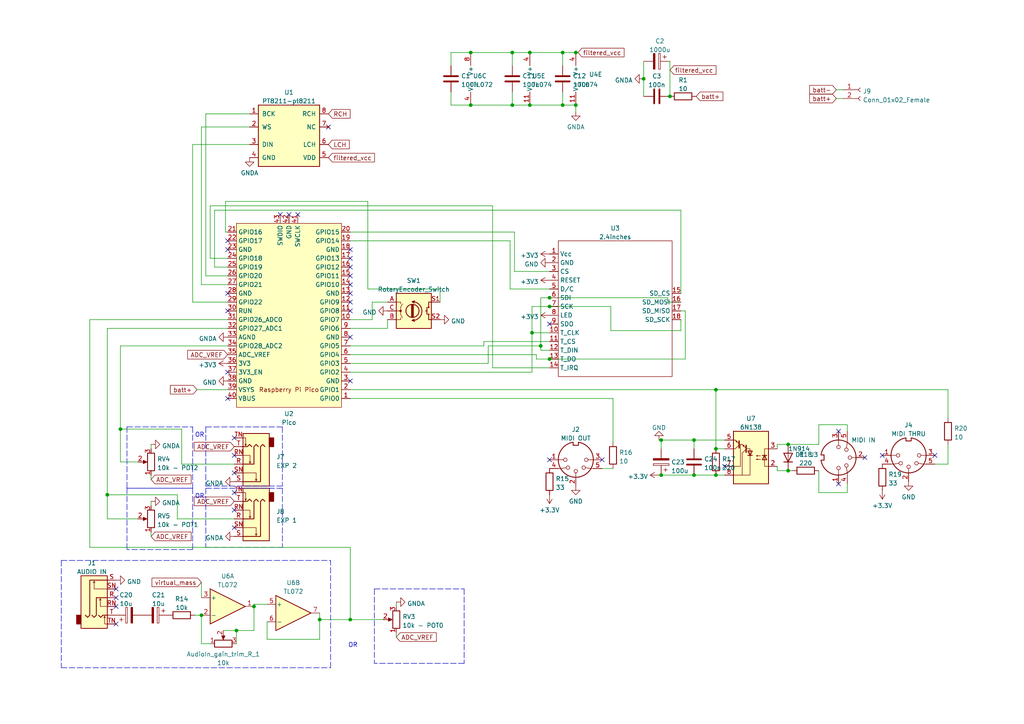
<source format=kicad_sch>
(kicad_sch (version 20211123) (generator eeschema)
  (paper "A4")
  (junction (at 201.295 137.795))
  (junction (at 426.72 43.18))
  (junction (at 154.305 96.52))
  (junction (at 424.18 113.665))
  (junction (at 163.195 30.48))
  (junction (at 136.525 15.24))
  (junction (at 362.585 20.32))
  (junction (at 441.96 136.525))
  (junction (at 58.42 178.435))
  (junction (at 73.66 175.895))
  (junction (at 445.77 128.905))
  (junction (at 207.645 130.175))
  (junction (at 382.27 120.015))
  (junction (at 448.31 50.8))
  (junction (at 207.645 113.03))
  (junction (at 426.72 35.56))
  (junction (at 153.67 15.24))
  (junction (at 228.6 136.525))
  (junction (at 163.195 15.24))
  (junction (at 400.05 39.37))
  (junction (at 424.18 121.285))
  (junction (at 433.07 35.56))
  (junction (at 457.835 59.69))
  (junction (at 159.385 104.14))
  (junction (at 424.18 125.095))
  (junction (at 424.18 106.045))
  (junction (at 228.6 128.905))
  (junction (at 156.845 100.33))
  (junction (at 426.72 46.99))
  (junction (at 159.385 88.9))
  (junction (at 148.59 15.24))
  (junction (at 191.77 137.795))
  (junction (at 201.295 127.635))
  (junction (at 153.67 30.48))
  (junction (at 396.24 46.99))
  (junction (at 194.31 27.94))
  (junction (at 426.72 27.94))
  (junction (at 444.5 58.42))
  (junction (at 167.005 15.24))
  (junction (at 207.645 137.795))
  (junction (at 34.925 124.46))
  (junction (at 159.385 86.36))
  (junction (at 167.005 30.48))
  (junction (at 136.525 30.48))
  (junction (at 148.59 30.48))
  (junction (at 419.1 46.99))
  (junction (at 397.51 117.475))
  (junction (at 384.81 41.91))
  (junction (at 191.77 127.635))
  (junction (at 68.58 182.88))
  (junction (at 101.6 179.705))
  (junction (at 393.7 125.095))
  (junction (at 416.56 125.095))
  (junction (at 92.71 179.705))
  (junction (at 354.965 20.32))
  (junction (at 441.96 125.095))
  (junction (at 430.53 113.665))
  (junction (at 455.295 137.795))
  (junction (at 444.5 46.99))
  (junction (at 186.69 22.86))
  (junction (at 31.115 143.51))
  (no_connect (at 66.04 90.17))
  (no_connect (at 468.63 87.63))
  (no_connect (at 67.945 153.035))
  (no_connect (at 83.82 62.23))
  (no_connect (at 101.6 87.63))
  (no_connect (at 67.945 137.16))
  (no_connect (at 461.01 168.91))
  (no_connect (at 174.625 133.35))
  (no_connect (at 66.04 85.09))
  (no_connect (at 66.04 115.57))
  (no_connect (at 101.6 85.09))
  (no_connect (at 67.945 127))
  (no_connect (at 67.945 142.875))
  (no_connect (at 67.945 147.955))
  (no_connect (at 210.185 135.255))
  (no_connect (at 243.205 125.095))
  (no_connect (at 101.6 74.93))
  (no_connect (at 101.6 90.17))
  (no_connect (at 243.205 140.335))
  (no_connect (at 81.28 62.23))
  (no_connect (at 33.655 180.975))
  (no_connect (at 66.04 107.95))
  (no_connect (at 159.385 93.98))
  (no_connect (at 33.655 175.895))
  (no_connect (at 271.145 132.08))
  (no_connect (at 461.01 161.29))
  (no_connect (at 101.6 97.79))
  (no_connect (at 101.6 80.01))
  (no_connect (at 461.01 171.45))
  (no_connect (at 101.6 77.47))
  (no_connect (at 255.905 132.08))
  (no_connect (at 33.655 173.355))
  (no_connect (at 66.04 72.39))
  (no_connect (at 101.6 72.39))
  (no_connect (at 461.01 166.37))
  (no_connect (at 101.6 82.55))
  (no_connect (at 66.04 69.85))
  (no_connect (at 468.63 82.55))
  (no_connect (at 67.945 132.08))
  (no_connect (at 101.6 110.49))
  (no_connect (at 33.655 170.815))
  (no_connect (at 159.385 133.35))
  (no_connect (at 468.63 92.71))
  (no_connect (at 86.36 62.23))
  (no_connect (at 95.25 36.83))
  (no_connect (at 250.825 132.715))
  (wire (pts (xy 77.47 185.42) (xy 92.71 185.42)))
  (wire (pts (xy 148.59 15.24) (xy 148.59 19.05)))
  (wire (pts (xy 448.31 133.985) (xy 448.31 137.795)))
  (wire (pts (xy 444.5 58.42) (xy 448.31 58.42)))
  (wire (pts (xy 426.72 33.02) (xy 426.72 35.56)))
  (wire (pts (xy 159.385 78.74) (xy 149.225 78.74)))
  (polyline (pts (xy 134.62 192.405) (xy 108.585 192.405)))
  (wire (pts (xy 72.39 36.83) (xy 58.42 36.83)))
  (wire (pts (xy 58.42 178.435) (xy 58.42 186.69)))
  (wire (pts (xy 186.69 17.78) (xy 186.69 22.86)))
  (wire (pts (xy 52.705 134.62) (xy 52.705 124.46)))
  (wire (pts (xy 384.81 49.53) (xy 388.62 49.53)))
  (wire (pts (xy 426.72 46.99) (xy 426.72 43.18)))
  (wire (pts (xy 167.005 32.385) (xy 167.005 30.48)))
  (wire (pts (xy 107.95 87.63) (xy 112.395 87.63)))
  (wire (pts (xy 140.335 99.06) (xy 140.335 100.33)))
  (wire (pts (xy 448.31 137.795) (xy 455.295 137.795)))
  (wire (pts (xy 101.6 102.87) (xy 155.575 102.87)))
  (wire (pts (xy 136.525 30.48) (xy 148.59 30.48)))
  (polyline (pts (xy 59.69 123.825) (xy 81.915 123.825)))
  (polyline (pts (xy 59.69 141.605) (xy 59.69 158.75)))
  (wire (pts (xy 245.745 142.875) (xy 245.745 140.335)))
  (wire (pts (xy 197.485 85.09) (xy 197.485 60.96)))
  (polyline (pts (xy 108.585 170.815) (xy 134.62 170.815)))
  (wire (pts (xy 237.49 136.525) (xy 237.49 142.875)))
  (wire (pts (xy 163.195 30.48) (xy 167.005 30.48)))
  (wire (pts (xy 455.295 163.83) (xy 461.01 163.83)))
  (wire (pts (xy 198.755 104.14) (xy 198.755 90.17)))
  (wire (pts (xy 228.6 136.525) (xy 229.87 136.525)))
  (wire (pts (xy 441.96 125.73) (xy 441.96 125.095)))
  (wire (pts (xy 58.42 36.83) (xy 58.42 82.55)))
  (wire (pts (xy 67.945 134.62) (xy 52.705 134.62)))
  (wire (pts (xy 382.27 105.41) (xy 382.27 114.935)))
  (wire (pts (xy 419.1 50.8) (xy 403.86 50.8)))
  (wire (pts (xy 393.7 125.095) (xy 397.51 125.095)))
  (wire (pts (xy 43.815 137.795) (xy 43.815 139.065)))
  (wire (pts (xy 237.49 123.19) (xy 237.49 128.905)))
  (wire (pts (xy 31.115 95.25) (xy 66.04 95.25)))
  (wire (pts (xy 31.115 95.25) (xy 31.115 143.51)))
  (wire (pts (xy 441.96 138.43) (xy 441.96 136.525)))
  (wire (pts (xy 444.5 20.32) (xy 426.72 20.32)))
  (wire (pts (xy 34.925 133.985) (xy 40.005 133.985)))
  (polyline (pts (xy 134.62 170.815) (xy 134.62 192.405)))
  (wire (pts (xy 225.425 136.525) (xy 228.6 136.525)))
  (polyline (pts (xy 55.88 141.605) (xy 36.83 141.605)))
  (wire (pts (xy 433.07 35.56) (xy 441.96 35.56)))
  (wire (pts (xy 142.875 59.69) (xy 60.96 59.69)))
  (wire (pts (xy 450.85 55.88) (xy 450.85 59.69)))
  (wire (pts (xy 156.845 101.6) (xy 159.385 101.6)))
  (polyline (pts (xy 17.78 193.675) (xy 95.885 193.675)))
  (polyline (pts (xy 17.78 162.56) (xy 17.78 193.675)))
  (wire (pts (xy 384.81 41.91) (xy 384.81 49.53)))
  (wire (pts (xy 43.815 154.305) (xy 43.815 155.575)))
  (wire (pts (xy 130.81 26.67) (xy 130.81 30.48)))
  (polyline (pts (xy 55.88 159.385) (xy 36.83 159.385)))
  (wire (pts (xy 101.6 92.71) (xy 107.95 92.71)))
  (wire (pts (xy 57.15 113.03) (xy 66.04 113.03)))
  (wire (pts (xy 106.68 58.42) (xy 65.405 58.42)))
  (wire (pts (xy 242.57 28.575) (xy 244.475 28.575)))
  (polyline (pts (xy 36.83 123.825) (xy 36.83 141.605)))
  (wire (pts (xy 156.845 86.36) (xy 159.385 86.36)))
  (wire (pts (xy 106.68 83.82) (xy 106.68 58.42)))
  (wire (pts (xy 154.305 88.9) (xy 154.305 96.52)))
  (wire (pts (xy 444.5 20.32) (xy 444.5 46.99)))
  (polyline (pts (xy 36.83 141.605) (xy 36.83 159.385)))
  (wire (pts (xy 66.04 80.01) (xy 59.69 80.01)))
  (wire (pts (xy 58.42 168.91) (xy 58.42 173.355)))
  (wire (pts (xy 384.81 34.925) (xy 384.81 36.83)))
  (wire (pts (xy 424.18 98.425) (xy 424.18 106.045)))
  (wire (pts (xy 401.32 122.555) (xy 401.32 128.905)))
  (wire (pts (xy 77.47 180.34) (xy 77.47 185.42)))
  (wire (pts (xy 112.395 95.25) (xy 101.6 95.25)))
  (wire (pts (xy 430.53 113.665) (xy 439.42 113.665)))
  (wire (pts (xy 426.72 43.18) (xy 433.07 43.18)))
  (wire (pts (xy 92.71 179.705) (xy 92.71 185.42)))
  (wire (pts (xy 445.77 129.54) (xy 445.77 128.905)))
  (wire (pts (xy 424.18 111.125) (xy 424.18 113.665)))
  (wire (pts (xy 153.67 30.48) (xy 148.59 30.48)))
  (wire (pts (xy 156.845 100.33) (xy 156.845 101.6)))
  (wire (pts (xy 34.925 100.33) (xy 66.04 100.33)))
  (wire (pts (xy 419.1 50.8) (xy 419.1 46.99)))
  (wire (pts (xy 101.6 105.41) (xy 141.605 105.41)))
  (wire (pts (xy 225.425 130.175) (xy 225.425 128.905)))
  (wire (pts (xy 153.67 15.24) (xy 148.59 15.24)))
  (wire (pts (xy 101.6 100.33) (xy 140.335 100.33)))
  (wire (pts (xy 59.69 80.01) (xy 59.69 33.02)))
  (wire (pts (xy 207.645 130.175) (xy 210.185 130.175)))
  (wire (pts (xy 197.485 92.71) (xy 197.485 95.885)))
  (wire (pts (xy 400.05 46.99) (xy 400.05 39.37)))
  (wire (pts (xy 424.18 121.285) (xy 430.53 121.285)))
  (wire (pts (xy 154.305 96.52) (xy 154.305 107.95)))
  (wire (pts (xy 156.845 86.36) (xy 156.845 100.33)))
  (wire (pts (xy 191.77 127.635) (xy 201.295 127.635)))
  (wire (pts (xy 448.31 128.905) (xy 445.77 128.905)))
  (wire (pts (xy 245.745 125.095) (xy 245.745 123.19)))
  (wire (pts (xy 201.295 127.635) (xy 210.185 127.635)))
  (polyline (pts (xy 95.885 193.675) (xy 95.885 162.56)))
  (wire (pts (xy 159.385 104.14) (xy 198.755 104.14)))
  (wire (pts (xy 396.24 46.99) (xy 396.24 49.53)))
  (wire (pts (xy 159.385 86.36) (xy 193.675 86.36)))
  (wire (pts (xy 382.27 127.635) (xy 386.08 127.635)))
  (wire (pts (xy 392.43 45.72) (xy 396.24 45.72)))
  (wire (pts (xy 62.23 77.47) (xy 66.04 77.47)))
  (wire (pts (xy 441.96 98.425) (xy 424.18 98.425)))
  (polyline (pts (xy 59.69 123.825) (xy 59.69 140.97)))
  (polyline (pts (xy 17.78 162.56) (xy 95.885 162.56)))
  (wire (pts (xy 148.59 30.48) (xy 148.59 26.67)))
  (wire (pts (xy 147.955 83.82) (xy 147.955 69.85)))
  (wire (pts (xy 43.815 145.415) (xy 43.815 146.685)))
  (wire (pts (xy 431.8 125.095) (xy 441.96 125.095)))
  (wire (pts (xy 163.195 15.24) (xy 167.005 15.24)))
  (wire (pts (xy 51.435 143.51) (xy 31.115 143.51)))
  (wire (pts (xy 101.6 67.31) (xy 149.225 67.31)))
  (wire (pts (xy 455.295 137.795) (xy 463.55 137.795)))
  (wire (pts (xy 34.925 124.46) (xy 34.925 100.33)))
  (wire (pts (xy 68.58 182.88) (xy 68.58 186.69)))
  (wire (pts (xy 193.675 87.63) (xy 197.485 87.63)))
  (wire (pts (xy 52.705 124.46) (xy 34.925 124.46)))
  (wire (pts (xy 163.195 15.24) (xy 163.195 19.05)))
  (wire (pts (xy 40.005 150.495) (xy 31.115 150.495)))
  (polyline (pts (xy 36.83 141.605) (xy 55.88 141.605)))
  (polyline (pts (xy 81.915 141.605) (xy 81.915 158.75)))
  (wire (pts (xy 155.575 104.14) (xy 155.575 102.87)))
  (wire (pts (xy 441.96 136.525) (xy 445.77 136.525)))
  (wire (pts (xy 66.04 92.71) (xy 26.035 92.71)))
  (wire (pts (xy 127.635 83.82) (xy 106.68 83.82)))
  (wire (pts (xy 101.6 179.705) (xy 111.125 179.705)))
  (wire (pts (xy 101.6 115.57) (xy 177.8 115.57)))
  (wire (pts (xy 197.485 95.885) (xy 177.165 95.885)))
  (wire (pts (xy 156.845 100.33) (xy 141.605 100.33)))
  (wire (pts (xy 441.96 136.525) (xy 441.96 133.35)))
  (wire (pts (xy 26.035 92.71) (xy 26.035 158.75)))
  (wire (pts (xy 55.88 41.91) (xy 55.88 87.63)))
  (polyline (pts (xy 55.88 141.605) (xy 55.88 159.385)))
  (wire (pts (xy 101.6 113.03) (xy 207.645 113.03)))
  (wire (pts (xy 31.115 143.51) (xy 31.115 150.495)))
  (wire (pts (xy 448.31 52.07) (xy 448.31 50.8)))
  (wire (pts (xy 444.5 60.325) (xy 444.5 58.42)))
  (wire (pts (xy 107.95 92.71) (xy 107.95 87.63)))
  (wire (pts (xy 416.56 125.095) (xy 416.56 120.015)))
  (wire (pts (xy 153.67 15.24) (xy 163.195 15.24)))
  (wire (pts (xy 154.305 88.9) (xy 159.385 88.9)))
  (wire (pts (xy 450.85 50.8) (xy 448.31 50.8)))
  (wire (pts (xy 426.72 20.32) (xy 426.72 27.94)))
  (wire (pts (xy 130.81 15.24) (xy 130.81 19.05)))
  (wire (pts (xy 177.8 115.57) (xy 177.8 128.27)))
  (wire (pts (xy 56.515 178.435) (xy 58.42 178.435)))
  (wire (pts (xy 207.645 113.03) (xy 274.955 113.03)))
  (wire (pts (xy 197.485 60.96) (xy 62.23 60.96)))
  (wire (pts (xy 457.835 85.09) (xy 468.63 85.09)))
  (wire (pts (xy 396.24 45.72) (xy 396.24 46.99)))
  (wire (pts (xy 127.635 87.63) (xy 127.635 83.82)))
  (polyline (pts (xy 81.915 158.75) (xy 59.69 158.75)))
  (wire (pts (xy 55.88 87.63) (xy 66.04 87.63)))
  (wire (pts (xy 400.05 39.37) (xy 403.86 39.37)))
  (wire (pts (xy 466.09 59.69) (xy 466.09 53.34)))
  (wire (pts (xy 112.395 92.71) (xy 112.395 95.25)))
  (wire (pts (xy 455.295 160.655) (xy 455.295 163.83)))
  (wire (pts (xy 426.72 35.56) (xy 433.07 35.56)))
  (polyline (pts (xy 108.585 170.815) (xy 108.585 192.405)))
  (wire (pts (xy 354.965 15.24) (xy 354.965 20.32)))
  (wire (pts (xy 403.86 44.45) (xy 403.86 50.8)))
  (wire (pts (xy 43.815 128.905) (xy 43.815 130.175)))
  (wire (pts (xy 101.6 69.85) (xy 147.955 69.85)))
  (wire (pts (xy 73.66 175.26) (xy 73.66 175.895)))
  (wire (pts (xy 207.645 137.795) (xy 210.185 137.795)))
  (wire (pts (xy 58.42 186.69) (xy 60.96 186.69)))
  (wire (pts (xy 207.645 130.175) (xy 207.645 113.03)))
  (wire (pts (xy 439.42 113.665) (xy 439.42 108.585)))
  (wire (pts (xy 65.405 58.42) (xy 65.405 67.31)))
  (wire (pts (xy 416.56 128.905) (xy 416.56 125.095)))
  (wire (pts (xy 193.675 86.36) (xy 193.675 87.63)))
  (wire (pts (xy 154.305 96.52) (xy 159.385 96.52)))
  (wire (pts (xy 416.56 128.905) (xy 401.32 128.905)))
  (wire (pts (xy 225.425 128.905) (xy 228.6 128.905)))
  (wire (pts (xy 191.135 137.795) (xy 191.77 137.795)))
  (wire (pts (xy 393.7 123.825) (xy 393.7 125.095)))
  (wire (pts (xy 51.435 150.495) (xy 51.435 143.51)))
  (wire (pts (xy 274.955 134.62) (xy 274.955 128.905)))
  (wire (pts (xy 155.575 104.14) (xy 159.385 104.14)))
  (wire (pts (xy 396.24 46.99) (xy 400.05 46.99)))
  (wire (pts (xy 237.49 142.875) (xy 245.745 142.875)))
  (wire (pts (xy 397.51 117.475) (xy 401.32 117.475)))
  (wire (pts (xy 457.835 59.69) (xy 466.09 59.69)))
  (wire (pts (xy 186.69 22.86) (xy 186.69 27.94)))
  (wire (pts (xy 271.145 134.62) (xy 274.955 134.62)))
  (wire (pts (xy 114.935 174.625) (xy 114.935 175.895)))
  (wire (pts (xy 177.165 95.885) (xy 177.165 88.9)))
  (wire (pts (xy 67.945 150.495) (xy 51.435 150.495)))
  (wire (pts (xy 389.89 123.825) (xy 393.7 123.825)))
  (wire (pts (xy 191.77 127.635) (xy 191.77 130.175)))
  (wire (pts (xy 382.27 120.015) (xy 382.27 127.635)))
  (wire (pts (xy 34.925 133.985) (xy 34.925 124.46)))
  (wire (pts (xy 397.51 125.095) (xy 397.51 117.475)))
  (wire (pts (xy 242.57 26.035) (xy 244.475 26.035)))
  (wire (pts (xy 191.135 127.635) (xy 191.77 127.635)))
  (wire (pts (xy 141.605 100.33) (xy 141.605 105.41)))
  (polyline (pts (xy 55.88 123.825) (xy 55.88 141.605)))
  (wire (pts (xy 225.425 135.255) (xy 225.425 136.525)))
  (wire (pts (xy 463.55 137.795) (xy 463.55 131.445)))
  (wire (pts (xy 26.035 158.75) (xy 101.6 158.75)))
  (wire (pts (xy 274.955 113.03) (xy 274.955 121.285)))
  (wire (pts (xy 159.385 106.68) (xy 142.875 106.68)))
  (wire (pts (xy 362.585 15.24) (xy 362.585 20.32)))
  (wire (pts (xy 136.525 15.24) (xy 130.81 15.24)))
  (polyline (pts (xy 36.83 123.825) (xy 55.88 123.825)))
  (wire (pts (xy 159.385 88.9) (xy 177.165 88.9)))
  (wire (pts (xy 198.755 90.17) (xy 197.485 90.17)))
  (wire (pts (xy 92.71 177.8) (xy 92.71 179.705)))
  (wire (pts (xy 114.935 183.515) (xy 114.935 184.785)))
  (wire (pts (xy 142.875 59.69) (xy 142.875 106.68)))
  (wire (pts (xy 191.77 137.795) (xy 201.295 137.795)))
  (wire (pts (xy 201.295 137.795) (xy 207.645 137.795)))
  (wire (pts (xy 73.66 182.88) (xy 73.66 175.895)))
  (wire (pts (xy 163.195 26.67) (xy 163.195 30.48)))
  (wire (pts (xy 201.295 127.635) (xy 201.295 130.175)))
  (wire (pts (xy 228.6 128.905) (xy 237.49 128.905)))
  (wire (pts (xy 64.77 182.88) (xy 68.58 182.88)))
  (wire (pts (xy 59.69 33.02) (xy 72.39 33.02)))
  (wire (pts (xy 441.96 35.56) (xy 441.96 30.48)))
  (wire (pts (xy 72.39 41.91) (xy 55.88 41.91)))
  (wire (pts (xy 444.5 48.26) (xy 444.5 46.99)))
  (wire (pts (xy 457.835 82.55) (xy 457.835 85.09)))
  (wire (pts (xy 92.71 179.705) (xy 101.6 179.705)))
  (wire (pts (xy 450.85 59.69) (xy 457.835 59.69)))
  (wire (pts (xy 101.6 107.95) (xy 154.305 107.95)))
  (wire (pts (xy 441.96 98.425) (xy 441.96 125.095)))
  (wire (pts (xy 194.31 17.78) (xy 194.31 27.94)))
  (wire (pts (xy 58.42 82.55) (xy 66.04 82.55)))
  (wire (pts (xy 167.64 15.24) (xy 167.005 15.24)))
  (wire (pts (xy 174.625 135.89) (xy 177.8 135.89)))
  (polyline (pts (xy 81.915 140.97) (xy 59.69 140.97)))
  (wire (pts (xy 65.405 67.31) (xy 66.04 67.31)))
  (wire (pts (xy 370.205 20.32) (xy 372.745 20.32)))
  (wire (pts (xy 424.18 125.095) (xy 424.18 121.285)))
  (wire (pts (xy 424.18 113.665) (xy 430.53 113.665)))
  (wire (pts (xy 159.385 99.06) (xy 140.335 99.06)))
  (wire (pts (xy 77.47 175.26) (xy 73.66 175.26)))
  (wire (pts (xy 434.34 46.99) (xy 444.5 46.99)))
  (wire (pts (xy 148.59 15.24) (xy 136.525 15.24)))
  (wire (pts (xy 62.23 60.96) (xy 62.23 77.47)))
  (wire (pts (xy 60.96 74.93) (xy 66.04 74.93)))
  (wire (pts (xy 159.385 83.82) (xy 147.955 83.82)))
  (wire (pts (xy 153.67 30.48) (xy 163.195 30.48)))
  (wire (pts (xy 245.745 123.19) (xy 237.49 123.19)))
  (wire (pts (xy 393.7 125.095) (xy 393.7 127.635)))
  (polyline (pts (xy 59.69 141.605) (xy 81.915 141.605)))
  (wire (pts (xy 149.225 78.74) (xy 149.225 67.31)))
  (wire (pts (xy 444.5 58.42) (xy 444.5 55.88)))
  (wire (pts (xy 68.58 182.88) (xy 73.66 182.88)))
  (wire (pts (xy 60.96 59.69) (xy 60.96 74.93)))
  (wire (pts (xy 419.1 46.99) (xy 419.1 41.91)))
  (wire (pts (xy 101.6 158.75) (xy 101.6 179.705)))
  (polyline (pts (xy 81.915 123.825) (xy 81.915 140.97)))
  (wire (pts (xy 130.81 30.48) (xy 136.525 30.48)))
  (text "OR" (at 56.515 144.78 0) (effects (font (size 1.27 1.27)) (justify left bottom)))
  (text "Powering on jack insert" (at 441.325 88.265 0) (effects (font (size 1.27 1.27)) (justify left bottom)))
  (text "OR" (at 100.965 187.96 0) (effects (font (size 1.27 1.27)) (justify left bottom)))
  (text "OR" (at 56.515 127 0) (effects (font (size 1.27 1.27)) (justify left bottom)))
  (global_label "filtered_vcc" (shape input) (at 372.745 20.32 0) (property "Références Inter-Feuilles" "${INTERSHEET_REFS}" (effects hide)))
  (global_label "batt+" (shape input) (at 201.93 27.94 0) (property "Références Inter-Feuilles" "${INTERSHEET_REFS}" (effects hide)))
  (global_label "ADC_VREF" (shape input) (at 66.04 102.87 180) (property "Références Inter-Feuilles" "${INTERSHEET_REFS}" (effects hide)))
  (global_label "virtual_mass" (shape input) (at 382.27 105.41 180) (property "Références Inter-Feuilles" "${INTERSHEET_REFS}" (effects hide)))
  (global_label "ADC_VREF" (shape input) (at 67.945 145.415 180) (property "Références Inter-Feuilles" "${INTERSHEET_REFS}" (effects hide)))
  (global_label "filtered_vcc" (shape input) (at 95.25 45.72 0) (property "Références Inter-Feuilles" "${INTERSHEET_REFS}" (effects hide)))
  (global_label "LCH" (shape input) (at 361.95 41.91 180) (property "Références Inter-Feuilles" "${INTERSHEET_REFS}" (effects hide)))
  (global_label "virtual_mass" (shape input) (at 384.81 34.925 180) (property "Références Inter-Feuilles" "${INTERSHEET_REFS}" (effects hide)))
  (global_label "RCH" (shape input) (at 359.41 120.015 180) (property "Références Inter-Feuilles" "${INTERSHEET_REFS}" (effects hide)))
  (global_label "batt+" (shape input) (at 242.57 28.575 180) (property "Références Inter-Feuilles" "${INTERSHEET_REFS}" (effects hide)))
  (global_label "ADC_VREF" (shape input) (at 114.935 184.785 0) (property "Références Inter-Feuilles" "${INTERSHEET_REFS}" (effects hide)))
  (global_label "virtual_mass" (shape input) (at 362.585 15.875 0) (property "Références Inter-Feuilles" "${INTERSHEET_REFS}" (effects hide)))
  (global_label "batt-" (shape input) (at 468.63 90.17 180) (property "Références Inter-Feuilles" "${INTERSHEET_REFS}" (effects hide)))
  (global_label "filtered_vcc" (shape input) (at 167.64 15.24 0) (property "Références Inter-Feuilles" "${INTERSHEET_REFS}" (effects hide)))
  (global_label "batt+" (shape input) (at 57.15 113.03 180) (property "Références Inter-Feuilles" "${INTERSHEET_REFS}" (effects hide)))
  (global_label "ADC_VREF" (shape input) (at 43.815 155.575 0) (property "Références Inter-Feuilles" "${INTERSHEET_REFS}" (effects hide)))
  (global_label "virtual_mass" (shape input) (at 58.42 168.91 180) (property "Références Inter-Feuilles" "${INTERSHEET_REFS}" (effects hide)))
  (global_label "ADC_VREF" (shape input) (at 67.945 129.54 180) (property "Références Inter-Feuilles" "${INTERSHEET_REFS}" (effects hide)))
  (global_label "LCH" (shape input) (at 95.25 41.91 0) (property "Références Inter-Feuilles" "${INTERSHEET_REFS}" (effects hide)))
  (global_label "ADC_VREF" (shape input) (at 43.815 139.065 0) (property "Références Inter-Feuilles" "${INTERSHEET_REFS}" (effects hide)))
  (global_label "filtered_vcc" (shape input) (at 194.31 20.32 0) (property "Références Inter-Feuilles" "${INTERSHEET_REFS}" (effects hide)))
  (global_label "batt-" (shape input) (at 242.57 26.035 180) (property "Références Inter-Feuilles" "${INTERSHEET_REFS}" (effects hide)))
  (global_label "RCH" (shape input) (at 95.25 33.02 0) (property "Références Inter-Feuilles" "${INTERSHEET_REFS}" (effects hide)))
  (symbol (lib_id "Device:C_Polarized") (at 373.38 41.91 270) (unit 1)
    (property "Reference" "C7" (at 374.269 36.0512 90))
    (property "Value" "10u" (at 374.269 38.5881 90))
    (property "Footprint" "Capacitor_THT:CP_Radial_D5.0mm_P2.50mm" (effects hide))
  )
  (symbol (lib_id "Connector:AudioJack3_Switch") (at 73.025 134.62 180) (unit 1)
    (property "Reference" "J7" (at 80.137 132.5153 0) (effects (justify right)))
    (property "Value" "EXP 2" (at 80.137 135.0522 0) (effects (justify right)))
    (property "Footprint" "Connector_Audio:Jack_6.35mm_Neutrik_NMJ6HFD2_Horizontal" (effects hide))
  )
  (symbol (lib_id "Device:R") (at 445.77 132.715 0) (unit 1)
    (property "Reference" "R10" (at 447.548 131.8803 0) (effects (justify left)))
    (property "Value" "1k" (at 447.548 134.4172 0) (effects (justify left)))
    (property "Footprint" "Resistor_THT:R_Axial_DIN0207_L6.3mm_D2.5mm_P7.62mm_Horizontal" (effects hide))
  )
  (symbol (lib_id "Device:C") (at 130.81 22.86 0) (unit 1)
    (property "Reference" "C1" (at 133.731 22.0253 0) (effects (justify left)))
    (property "Value" "100n" (at 133.731 24.5622 0) (effects (justify left)))
    (property "Footprint" "Capacitor_THT:C_Axial_L3.8mm_D2.6mm_P7.50mm_Horizontal" (effects hide))
  )
  (symbol (lib_id "Connector:AudioJack3_Switch") (at 473.71 90.17 180) (unit 1)
    (property "Reference" "J6" (at 480.822 88.0653 0) (effects (justify right)))
    (property "Value" "OUTPUT L - MONO" (at 480.822 90.6022 0) (effects (justify right)))
    (property "Footprint" "Connector_Audio:Jack_6.35mm_Neutrik_NMJ6HFD2_Horizontal" (effects hide))
  )
  (symbol (lib_id "power:GNDA") (at 66.04 97.79 270) (unit 1)
    (property "Reference" "#PWR0101" (effects hide))
    (property "Value" "GNDA" (at 62.865 98.2238 90) (effects (justify right)))
  )
  (symbol (lib_id "power:GND") (at 33.655 168.275 90) (unit 1)
    (property "Reference" "#PWR01" (effects hide))
    (property "Value" "GND" (at 36.83 168.7088 90) (effects (justify right)))
  )
  (symbol (lib_id "Amplifier_Operational:TL072") (at 85.09 177.8 0) (unit 2)
    (property "Reference" "U6" (at 85.09 169.0202 0))
    (property "Value" "TL072" (at 85.09 171.5571 0))
    (property "Footprint" "Package_DIP:DIP-8_W7.62mm_Socket" (effects hide))
    (property "Datasheet" "http://www.ti.com/lit/ds/symlink/tl071.pdf" (effects hide))
  )
  (symbol (lib_id "power:+3V3") (at 159.385 73.66 90) (unit 1)
    (property "Reference" "#PWR05" (effects hide))
    (property "Value" "+3V3" (at 156.21 74.0938 90) (effects (justify left)))
  )
  (symbol (lib_id "Device:R_Potentiometer") (at 43.815 133.985 180) (unit 1)
    (property "Reference" "RV4" (at 45.593 133.1503 0) (effects (justify right)))
    (property "Value" "10k - POT2" (at 45.593 135.6872 0) (effects (justify right)))
    (property "Footprint" "Potentiometer_THT:Potentiometer_Alps_RK09K_Single_Vertical" (effects hide))
  )
  (symbol (lib_id "Amplifier_Operational:TL074") (at 458.47 53.34 0) (unit 4)
    (property "Reference" "U5" (at 458.47 44.5602 0))
    (property "Value" "TL074" (at 458.47 47.0971 0))
    (property "Footprint" "Package_DIP:DIP-14_W7.62mm_Socket" (effects hide))
    (property "Datasheet" "http://www.ti.com/lit/ds/symlink/tl071.pdf" (effects hide))
  )
  (symbol (lib_id "Device:R_Potentiometer_Dual_Separate") (at 441.96 129.54 0) (unit 1)
    (property "Reference" "RV1" (at 440.182 128.7053 0) (effects (justify right)))
    (property "Value" "10k - lin - dual" (at 440.182 131.2422 0) (effects (justify right)))
  )
  (symbol (lib_id "Device:C_Polarized") (at 457.835 71.12 180) (unit 1)
    (property "Reference" "C22" (at 460.756 71.1743 0) (effects (justify right)))
    (property "Value" "10u" (at 460.756 73.7112 0) (effects (justify right)))
    (property "Footprint" "Capacitor_THT:CP_Radial_D5.0mm_P2.50mm" (effects hide))
  )
  (symbol (lib_id "Device:R") (at 430.53 46.99 90) (unit 1)
    (property "Reference" "R9" (at 430.53 52.2478 90))
    (property "Value" "22k (fc10k)/10k (fc16k)" (at 430.53 49.9364 90))
    (property "Footprint" "Resistor_THT:R_Axial_DIN0207_L6.3mm_D2.5mm_P7.62mm_Horizontal" (effects hide))
  )
  (symbol (lib_id "Device:R") (at 255.905 138.43 0) (unit 1)
    (property "Reference" "R19" (at 257.683 137.5953 0) (effects (justify left)))
    (property "Value" "33" (at 257.683 140.1322 0) (effects (justify left)))
    (property "Footprint" "Resistor_THT:R_Axial_DIN0207_L6.3mm_D2.5mm_P7.62mm_Horizontal" (effects hide))
  )
  (symbol (lib_id "Device:R_Potentiometer") (at 43.815 150.495 180) (unit 1)
    (property "Reference" "RV5" (at 45.593 149.6603 0) (effects (justify right)))
    (property "Value" "10k - POT1" (at 45.593 152.1972 0) (effects (justify right)))
    (property "Footprint" "Potentiometer_THT:Potentiometer_Alps_RK09K_Single_Vertical" (effects hide))
  )
  (symbol (lib_id "Device:C_Polarized") (at 363.22 120.015 90) (unit 1)
    (property "Reference" "C4" (at 362.331 114.1562 90))
    (property "Value" "10u" (at 362.331 116.6931 90))
    (property "Footprint" "Capacitor_THT:CP_Radial_D5.0mm_P2.50mm" (effects hide))
  )
  (symbol (lib_id "Device:R_Potentiometer") (at 392.43 49.53 90) (unit 1)
    (property "Reference" "RV_gain_trim_L_1" (at 392.43 52.5764 90))
    (property "Value" "10k" (at 392.43 55.1133 90))
    (property "Footprint" "Potentiometer_THT:Potentiometer_Runtron_RM-065_Vertical" (effects hide))
  )
  (symbol (lib_id "Device:C") (at 201.295 133.985 0) (unit 1)
    (property "Reference" "C24" (at 204.216 133.1503 0) (effects (justify left)))
    (property "Value" "100n" (at 204.216 135.6872 0) (effects (justify left)))
    (property "Footprint" "Capacitor_THT:C_Axial_L3.8mm_D2.6mm_P7.50mm_Horizontal" (effects hide))
  )
  (symbol (lib_id "power:GND") (at 191.135 127.635 180) (unit 1)
    (property "Reference" "#PWR021" (effects hide))
    (property "Value" "GND" (at 191.135 124.0592 0))
  )
  (symbol (lib_id "power:GND") (at 263.525 139.7 0) (unit 1)
    (property "Reference" "#PWR024" (effects hide))
    (property "Value" "GND" (at 263.525 144.1434 0))
  )
  (symbol (lib_id "Device:C") (at 426.72 39.37 180) (unit 1)
    (property "Reference" "C14" (at 423.799 40.5384 0) (effects (justify left)))
    (property "Value" "1000p" (at 423.799 38.227 0) (effects (justify left)))
    (property "Footprint" "Capacitor_THT:C_Disc_D5.0mm_W2.5mm_P2.50mm" (effects hide))
  )
  (symbol (lib_id "Device:C") (at 358.775 15.24 90) (unit 1)
    (property "Reference" "C8" (at 358.775 9.3812 90))
    (property "Value" "100n" (at 358.775 11.9181 90))
    (property "Footprint" "Capacitor_THT:C_Disc_D4.7mm_W2.5mm_P5.00mm" (effects hide))
  )
  (symbol (lib_id "Device:C") (at 163.195 22.86 0) (unit 1)
    (property "Reference" "C12" (at 166.116 22.0253 0) (effects (justify left)))
    (property "Value" "100n" (at 166.116 24.5622 0) (effects (justify left)))
    (property "Footprint" "Capacitor_THT:C_Axial_L3.8mm_D2.6mm_P7.50mm_Horizontal" (effects hide))
  )
  (symbol (lib_id "Device:R") (at 420.37 125.095 270) (unit 1)
    (property "Reference" "R6" (at 420.37 130.3528 90))
    (property "Value" "10k" (at 420.37 128.0414 90))
    (property "Footprint" "Resistor_THT:R_Axial_DIN0207_L6.3mm_D2.5mm_P7.62mm_Horizontal" (effects hide))
  )
  (symbol (lib_id "power:GND") (at 127.635 92.71 90) (unit 1)
    (property "Reference" "#PWR030" (effects hide))
    (property "Value" "GND" (at 130.81 93.1438 90) (effects (justify right)))
  )
  (symbol (lib_id "Connector:Conn_01x02_Female") (at 249.555 26.035 0) (unit 1)
    (property "Reference" "J9" (at 250.2662 26.4703 0) (effects (justify left)))
    (property "Value" "Conn_01x02_Female" (at 250.2662 29.0072 0) (effects (justify left)))
    (property "Footprint" "Connector_JST:JST_XH_B2B-XH-AM_1x02_P2.50mm_Vertical" (effects hide))
  )
  (symbol (lib_id "Device:R") (at 233.68 136.525 90) (unit 1)
    (property "Reference" "R18" (at 233.68 131.8092 90))
    (property "Value" "220" (at 233.68 134.3461 90))
    (property "Footprint" "Resistor_THT:R_Axial_DIN0207_L6.3mm_D2.5mm_P7.62mm_Horizontal" (effects hide))
  )
  (symbol (lib_id "Amplifier_Operational:TL074") (at 455.93 131.445 0) (unit 4)
    (property "Reference" "U4" (at 455.93 122.6652 0))
    (property "Value" "TL074" (at 455.93 125.2021 0))
    (property "Footprint" "Package_DIP:DIP-14_W7.62mm_Socket" (effects hide))
    (property "Datasheet" "http://www.ti.com/lit/ds/symlink/tl071.pdf" (effects hide))
  )
  (symbol (lib_id "power:+3V3") (at 159.385 81.28 90) (unit 1)
    (property "Reference" "#PWR07" (effects hide))
    (property "Value" "+3V3" (at 156.21 81.7138 90) (effects (justify left)))
  )
  (symbol (lib_id "power:GNDA") (at 67.945 155.575 270) (unit 1)
    (property "Reference" "#PWR028" (effects hide))
    (property "Value" "GNDA" (at 64.77 156.0088 90) (effects (justify right)))
  )
  (symbol (lib_id "Amplifier_Operational:TL072") (at 66.04 175.895 0) (unit 1)
    (property "Reference" "U6" (at 66.04 167.1152 0))
    (property "Value" "TL072" (at 66.04 169.6521 0))
    (property "Footprint" "Package_DIP:DIP-8_W7.62mm_Socket" (effects hide))
    (property "Datasheet" "http://www.ti.com/lit/ds/symlink/tl071.pdf" (effects hide))
  )
  (symbol (lib_id "Connector:DIN-5_180degree") (at 263.525 132.08 0) (mirror x) (unit 1)
    (property "Reference" "J4" (at 263.5251 123.3002 0))
    (property "Value" "MIDI THRU" (at 263.5251 125.8371 0))
    (property "Footprint" "MIDI_DIN5:DS-5 MIDI" (effects hide))
    (property "Datasheet" "http://www.mouser.com/ds/2/18/40_c091_abd_e-75918.pdf" (effects hide))
  )
  (symbol (lib_id "Device:C_Polarized") (at 365.76 41.91 90) (unit 1)
    (property "Reference" "C5" (at 364.871 36.0512 90))
    (property "Value" "10u" (at 364.871 38.5881 90))
    (property "Footprint" "Capacitor_THT:CP_Radial_D5.0mm_P2.50mm" (effects hide))
  )
  (symbol (lib_id "Device:RotaryEncoder_Switch") (at 120.015 90.17 0) (unit 1)
    (property "Reference" "SW1" (at 120.015 81.3902 0))
    (property "Value" "RotaryEncoder_Switch" (at 120.015 83.9271 0))
    (property "Footprint" "Rotary_Encoder:RotaryEncoder_Alps_EC11E-Switch_Vertical_H20mm" (effects hide))
  )
  (symbol (lib_id "Amplifier_Operational:TL074") (at 389.89 117.475 0) (unit 1)
    (property "Reference" "U4" (at 389.89 108.6952 0))
    (property "Value" "TL074" (at 389.89 111.2321 0))
    (property "Footprint" "Package_DIP:DIP-14_W7.62mm_Socket" (effects hide))
    (property "Datasheet" "http://www.ti.com/lit/ds/symlink/tl071.pdf" (effects hide))
  )
  (symbol (lib_id "Device:R") (at 427.99 125.095 90) (unit 1)
    (property "Reference" "R8" (at 427.99 130.3528 90))
    (property "Value" "22k (fc10k)/10k (fc16k)" (at 427.99 128.0414 90))
    (property "Footprint" "Resistor_THT:R_Axial_DIN0207_L6.3mm_D2.5mm_P7.62mm_Horizontal" (effects hide))
  )
  (symbol (lib_id "power:+3V3") (at 159.385 91.44 90) (unit 1)
    (property "Reference" "#PWR08" (effects hide))
    (property "Value" "+3V3" (at 156.21 91.8738 90) (effects (justify left)))
  )
  (symbol (lib_id "pt8211-pt8211:PT8211-pt8211") (at 83.82 39.37 0) (unit 1)
    (property "Reference" "U1" (at 83.82 26.7802 0))
    (property "Value" "PT8211-pt8211" (at 83.82 29.3171 0))
    (property "Footprint" "Housings_SOIC:SOIC-8_3.9x4.9mm_Pitch1.27mm" (effects hide))
  )
  (symbol (lib_id "Device:C_Polarized") (at 455.295 141.605 0) (unit 1)
    (property "Reference" "C17" (at 458.216 139.8813 0) (effects (justify left)))
    (property "Value" "10u" (at 458.216 142.4182 0) (effects (justify left)))
    (property "Footprint" "Capacitor_THT:CP_Radial_D5.0mm_P2.50mm" (effects hide))
  )
  (symbol (lib_id "power:GND") (at 112.395 90.17 270) (unit 1)
    (property "Reference" "#PWR029" (effects hide))
    (property "Value" "GND" (at 109.2201 90.6038 90) (effects (justify right)))
  )
  (symbol (lib_id "Amplifier_Operational:TL074") (at 411.48 41.91 0) (unit 2)
    (property "Reference" "U5" (at 411.48 33.1302 0))
    (property "Value" "TL074" (at 411.48 35.6671 0))
    (property "Footprint" "Package_DIP:DIP-14_W7.62mm_Socket" (effects hide))
    (property "Datasheet" "http://www.ti.com/lit/ds/symlink/tl071.pdf" (effects hide))
  )
  (symbol (lib_id "Device:C_Polarized") (at 455.295 149.225 180) (unit 1)
    (property "Reference" "C18" (at 458.216 149.2793 0) (effects (justify right)))
    (property "Value" "10u" (at 458.216 151.8162 0) (effects (justify right)))
    (property "Footprint" "Capacitor_THT:CP_Radial_D5.0mm_P2.50mm" (effects hide))
  )
  (symbol (lib_id "Device:R_Potentiometer") (at 389.89 127.635 90) (unit 1)
    (property "Reference" "RV_gain_trim_R_1" (at 389.89 130.6814 90))
    (property "Value" "10k" (at 389.89 133.2183 90))
    (property "Footprint" "Potentiometer_THT:Potentiometer_Runtron_RM-065_Vertical" (effects hide))
  )
  (symbol (lib_id "Device:C_Polarized") (at 190.5 17.78 270) (unit 1)
    (property "Reference" "C2" (at 191.389 11.9212 90))
    (property "Value" "1000u" (at 191.389 14.4581 90))
    (property "Footprint" "Capacitor_THT:CP_Radial_D10.0mm_P3.80mm" (effects hide))
  )
  (symbol (lib_id "Connector:AudioJack3_Switch") (at 28.575 173.355 0) (unit 1)
    (property "Reference" "J1" (at 26.67 163.3052 0))
    (property "Value" "AUDIO IN" (at 26.67 165.8421 0))
    (property "Footprint" "Connector_Audio:Jack_6.35mm_Neutrik_NMJ6HFD2_Horizontal" (effects hide))
  )
  (symbol (lib_id "power:GNDA") (at 186.69 22.86 270) (unit 1)
    (property "Reference" "#PWR010" (effects hide))
    (property "Value" "GNDA" (at 183.515 23.2938 90) (effects (justify right)))
  )
  (symbol (lib_id "Amplifier_Operational:TL074") (at 169.545 22.86 0) (unit 5)
    (property "Reference" "U4" (at 170.815 21.59 0) (effects (justify left)))
    (property "Value" "TL074" (at 167.64 24.5622 0) (effects (justify left)))
    (property "Footprint" "Package_DIP:DIP-14_W7.62mm_Socket" (effects hide))
    (property "Datasheet" "http://www.ti.com/lit/ds/symlink/tl071.pdf" (effects hide))
  )
  (symbol (lib_id "Amplifier_Operational:TL074") (at 408.94 120.015 0) (unit 2)
    (property "Reference" "U4" (at 408.94 111.2352 0))
    (property "Value" "TL074" (at 408.94 113.7721 0))
    (property "Footprint" "Package_DIP:DIP-14_W7.62mm_Socket" (effects hide))
    (property "Datasheet" "http://www.ti.com/lit/ds/symlink/tl071.pdf" (effects hide))
  )
  (symbol (lib_id "power:GNDA") (at 43.815 145.415 90) (unit 1)
    (property "Reference" "#PWR018" (effects hide))
    (property "Value" "GNDA" (at 46.99 145.8488 90) (effects (justify right)))
  )
  (symbol (lib_id "Device:R") (at 366.395 20.32 90) (unit 1)
    (property "Reference" "R5" (at 366.395 15.6042 90))
    (property "Value" "10k" (at 366.395 18.1411 90))
    (property "Footprint" "Resistor_THT:R_Axial_DIN0207_L6.3mm_D2.5mm_P7.62mm_Horizontal" (effects hide))
  )
  (symbol (lib_id "Device:R") (at 455.295 156.845 0) (unit 1)
    (property "Reference" "R12" (at 457.073 156.0103 0) (effects (justify left)))
    (property "Value" "100" (at 457.073 158.5472 0) (effects (justify left)))
    (property "Footprint" "Resistor_THT:R_Axial_DIN0207_L6.3mm_D2.5mm_P7.62mm_Horizontal" (effects hide))
  )
  (symbol (lib_id "Device:C_Polarized") (at 37.465 178.435 90) (unit 1)
    (property "Reference" "C20" (at 36.576 172.5762 90))
    (property "Value" "10u" (at 36.576 175.1131 90))
    (property "Footprint" "Capacitor_THT:CP_Radial_D5.0mm_P2.50mm" (effects hide))
  )
  (symbol (lib_id "Device:R") (at 198.12 27.94 90) (unit 1)
    (property "Reference" "R1" (at 198.12 23.2242 90))
    (property "Value" "10" (at 198.12 25.7611 90))
    (property "Footprint" "Resistor_THT:R_Axial_DIN0207_L6.3mm_D2.5mm_P7.62mm_Horizontal" (effects hide))
  )
  (symbol (lib_id "Device:R") (at 378.46 120.015 90) (unit 1)
    (property "Reference" "R2" (at 378.46 115.2992 90))
    (property "Value" "10k" (at 378.46 117.8361 90))
    (property "Footprint" "Resistor_THT:R_Axial_DIN0207_L6.3mm_D2.5mm_P7.62mm_Horizontal" (effects hide))
  )
  (symbol (lib_id "Device:R_Potentiometer") (at 64.77 186.69 90) (unit 1)
    (property "Reference" "AudioIn_gain_trim_R_1" (at 64.77 189.7364 90))
    (property "Value" "10k" (at 64.77 192.2733 90))
    (property "Footprint" "Potentiometer_THT:Potentiometer_Runtron_RM-065_Vertical" (effects hide))
  )
  (symbol (lib_id "power:+3.3V") (at 191.135 137.795 90) (unit 1)
    (property "Reference" "#PWR022" (effects hide))
    (property "Value" "+3.3V" (at 187.96 138.2288 90) (effects (justify left)))
  )
  (symbol (lib_id "Device:C") (at 422.91 27.94 90) (unit 1)
    (property "Reference" "C10" (at 422.91 34.3408 90))
    (property "Value" "680p" (at 422.91 32.0294 90))
    (property "Footprint" "Capacitor_THT:C_Disc_D5.0mm_W2.5mm_P2.50mm" (effects hide))
  )
  (symbol (lib_id "Amplifier_Operational:TL074") (at 156.21 22.86 0) (unit 5)
    (property "Reference" "U5" (at 154.305 22.0253 0) (effects (justify left)))
    (property "Value" "TL074" (at 154.305 24.5622 0) (effects (justify left)))
    (property "Footprint" "Package_DIP:DIP-14_W7.62mm_Socket" (effects hide))
    (property "Datasheet" "http://www.ti.com/lit/ds/symlink/tl071.pdf" (effects hide))
  )
  (symbol (lib_id "Connector:AudioJack3_Switch") (at 73.025 150.495 180) (unit 1)
    (property "Reference" "J8" (at 80.137 148.3903 0) (effects (justify right)))
    (property "Value" "EXP 1" (at 80.137 150.9272 0) (effects (justify right)))
    (property "Footprint" "Connector_Audio:Jack_6.35mm_Neutrik_NMJ6HFD2_Horizontal" (effects hide))
  )
  (symbol (lib_id "Device:C") (at 420.37 106.045 90) (unit 1)
    (property "Reference" "C9" (at 420.37 112.4458 90))
    (property "Value" "680p" (at 420.37 110.1344 90))
    (property "Footprint" "Capacitor_THT:C_Disc_D5.0mm_W2.5mm_P2.50mm" (effects hide))
  )
  (symbol (lib_id "Device:C_Polarized") (at 191.77 133.985 180) (unit 1)
    (property "Reference" "C23" (at 194.691 134.0393 0) (effects (justify right)))
    (property "Value" "100u" (at 194.691 136.5762 0) (effects (justify right)))
    (property "Footprint" "Capacitor_THT:CP_Radial_D7.5mm_P2.50mm" (effects hide))
  )
  (symbol (lib_id "Device:C") (at 430.53 117.475 0) (unit 1)
    (property "Reference" "C15" (at 433.451 116.6403 0) (effects (justify left)))
    (property "Value" "680p (op)" (at 433.451 119.1772 0) (effects (justify left)))
    (property "Footprint" "Capacitor_THT:C_Disc_D3.8mm_W2.6mm_P2.50mm" (effects hide))
  )
  (symbol (lib_id "Device:R") (at 422.91 46.99 270) (unit 1)
    (property "Reference" "R7" (at 422.91 52.2478 90))
    (property "Value" "10k" (at 422.91 49.9364 90))
    (property "Footprint" "Resistor_THT:R_Axial_DIN0207_L6.3mm_D2.5mm_P7.62mm_Horizontal" (effects hide))
  )
  (symbol (lib_id "Device:R") (at 207.645 133.985 0) (unit 1)
    (property "Reference" "R17" (at 209.423 133.1503 0) (effects (justify left)))
    (property "Value" "220" (at 209.423 135.6872 0) (effects (justify left)))
    (property "Footprint" "Resistor_THT:R_Axial_DIN0207_L6.3mm_D2.5mm_P7.62mm_Horizontal" (effects hide))
  )
  (symbol (lib_id "power:GNDA") (at 416.56 106.045 270) (unit 1)
    (property "Reference" "#PWR013" (effects hide))
    (property "Value" "GNDA" (at 413.385 106.4788 90) (effects (justify right)))
  )
  (symbol (lib_id "power:GNDA") (at 354.965 20.32 270) (unit 1)
    (property "Reference" "#PWR012" (effects hide))
    (property "Value" "GNDA" (at 351.79 20.7538 90) (effects (justify right)))
  )
  (symbol (lib_id "power:GNDA") (at 468.63 95.25 0) (unit 1)
    (property "Reference" "#PWR026" (effects hide))
    (property "Value" "GNDA" (at 468.63 99.6934 0))
  )
  (symbol (lib_id "MCU_RaspberryPi_and_Boards:Pico") (at 83.82 91.44 180) (unit 1)
    (property "Reference" "U2" (at 83.82 120.0134 0))
    (property "Value" "Pico" (at 83.82 122.5503 0))
    (property "Footprint" "Pi Pico:RPi_Pico_SMD_TH" (effects hide))
  )
  (symbol (lib_id "power:GND") (at 66.04 110.49 270) (unit 1)
    (property "Reference" "#PWR03" (effects hide))
    (property "Value" "GND" (at 62.8651 110.9238 90) (effects (justify right)))
  )
  (symbol (lib_id "Device:R") (at 358.775 20.32 90) (unit 1)
    (property "Reference" "R3" (at 358.775 15.6042 90))
    (property "Value" "10k" (at 358.775 18.1411 90))
    (property "Footprint" "Resistor_THT:R_Axial_DIN0207_L6.3mm_D2.5mm_P7.62mm_Horizontal" (effects hide))
  )
  (symbol (lib_id "power:GNDA") (at 444.5 60.325 0) (unit 1)
    (property "Reference" "#PWR016" (effects hide))
    (property "Value" "GNDA" (at 444.5 64.7684 0))
  )
  (symbol (lib_id "Device:R") (at 52.705 178.435 90) (unit 1)
    (property "Reference" "R14" (at 52.705 173.7192 90))
    (property "Value" "10k" (at 52.705 176.2561 90))
    (property "Footprint" "Resistor_THT:R_Axial_DIN0207_L6.3mm_D2.5mm_P7.62mm_Horizontal" (effects hide))
  )
  (symbol (lib_id "Device:C") (at 190.5 27.94 270) (unit 1)
    (property "Reference" "C3" (at 190.5 22.0812 90))
    (property "Value" "100n" (at 190.5 24.6181 90))
    (property "Footprint" "Capacitor_THT:C_Axial_L3.8mm_D2.6mm_P7.50mm_Horizontal" (effects hide))
  )
  (symbol (lib_id "Device:R") (at 457.835 78.74 0) (unit 1)
    (property "Reference" "R13" (at 459.613 77.9053 0) (effects (justify left)))
    (property "Value" "100" (at 459.613 80.4422 0) (effects (justify left)))
    (property "Footprint" "Resistor_THT:R_Axial_DIN0207_L6.3mm_D2.5mm_P7.62mm_Horizontal" (effects hide))
  )
  (symbol (lib_id "power:GNDA") (at 114.935 174.625 90) (unit 1)
    (property "Reference" "#PWR011" (effects hide))
    (property "Value" "GNDA" (at 118.11 175.0588 90) (effects (justify right)))
  )
  (symbol (lib_id "Connector:DIN-5_180degree") (at 243.205 132.715 270) (mirror x) (unit 1)
    (property "Reference" "J3" (at 237.363 131.8802 90) (effects (justify right)))
    (property "Value" "MIDI IN" (at 254 127.635 90) (effects (justify right)))
    (property "Footprint" "MIDI_DIN5:DS-5 MIDI" (effects hide))
    (property "Datasheet" "http://www.mouser.com/ds/2/18/40_c091_abd_e-75918.pdf" (effects hide))
  )
  (symbol (lib_id "power:+3V3") (at 66.04 105.41 90) (unit 1)
    (property "Reference" "#PWR02" (effects hide))
    (property "Value" "+3V3" (at 62.865 105.8438 90) (effects (justify left)))
  )
  (symbol (lib_id "Device:R") (at 159.385 139.7 0) (unit 1)
    (property "Reference" "R15" (at 161.163 138.8653 0) (effects (justify left)))
    (property "Value" "33" (at 161.163 141.4022 0) (effects (justify left)))
    (property "Footprint" "Resistor_THT:R_Axial_DIN0207_L6.3mm_D2.5mm_P7.62mm_Horizontal" (effects hide))
  )
  (symbol (lib_id "TFT_screens:2.4inches") (at 180.975 82.55 0) (unit 1)
    (property "Reference" "U3" (at 178.435 66.201 0))
    (property "Value" "2.4inches" (at 178.435 68.7379 0))
  )
  (symbol (lib_id "Connector:DIN-5_180degree") (at 167.005 133.35 0) (mirror x) (unit 1)
    (property "Reference" "J2" (at 167.0051 124.5702 0))
    (property "Value" "MIDI OUT" (at 167.0051 127.1071 0))
    (property "Footprint" "MIDI_DIN5:DS-5 MIDI" (effects hide))
    (property "Datasheet" "http://www.mouser.com/ds/2/18/40_c091_abd_e-75918.pdf" (effects hide))
  )
  (symbol (lib_id "Amplifier_Operational:TL074") (at 434.34 30.48 0) (unit 3)
    (property "Reference" "U5" (at 434.34 21.7002 0))
    (property "Value" "TL074" (at 434.34 24.2371 0))
    (property "Footprint" "Package_DIP:DIP-14_W7.62mm_Socket" (effects hide))
    (property "Datasheet" "http://www.ti.com/lit/ds/symlink/tl071.pdf" (effects hide))
  )
  (symbol (lib_id "Device:R_Potentiometer_Dual_Separate") (at 444.5 52.07 0) (unit 2)
    (property "Reference" "RV1" (at 442.722 51.2353 0) (effects (justify right)))
    (property "Value" "10k - lin - dual" (at 440.69 57.15 0) (effects (justify right)))
  )
  (symbol (lib_id "power:GNDA") (at 167.005 32.385 0) (unit 1)
    (property "Reference" "#PWR09" (effects hide))
    (property "Value" "GNDA" (at 167.005 36.8284 0))
  )
  (symbol (lib_id "Device:R") (at 274.955 125.095 0) (unit 1)
    (property "Reference" "R20" (at 276.733 124.2603 0) (effects (justify left)))
    (property "Value" "10" (at 276.733 126.7972 0) (effects (justify left)))
    (property "Footprint" "Resistor_THT:R_Axial_DIN0207_L6.3mm_D2.5mm_P7.62mm_Horizontal" (effects hide))
  )
  (symbol (lib_id "Amplifier_Operational:TL072") (at 139.065 22.86 0) (unit 3)
    (property "Reference" "U6" (at 137.16 22.0253 0) (effects (justify left)))
    (property "Value" "TL072" (at 137.16 24.5622 0) (effects (justify left)))
    (property "Footprint" "Package_DIP:DIP-8_W7.62mm_Socket" (effects hide))
    (property "Datasheet" "http://www.ti.com/lit/ds/symlink/tl071.pdf" (effects hide))
  )
  (symbol (lib_id "Device:C") (at 433.07 39.37 0) (unit 1)
    (property "Reference" "C16" (at 435.991 38.5353 0) (effects (justify left)))
    (property "Value" "680p (op)" (at 435.991 41.0722 0) (effects (justify left)))
    (property "Footprint" "Capacitor_THT:C_Disc_D3.8mm_W2.6mm_P2.50mm" (effects hide))
  )
  (symbol (lib_id "Device:C_Polarized") (at 45.085 178.435 270) (unit 1)
    (property "Reference" "C21" (at 45.974 172.5762 90))
    (property "Value" "10u" (at 45.974 175.1131 90))
    (property "Footprint" "Capacitor_THT:CP_Radial_D5.0mm_P2.50mm" (effects hide))
  )
  (symbol (lib_id "Device:C") (at 148.59 22.86 0) (unit 1)
    (property "Reference" "C11" (at 151.511 22.0253 0) (effects (justify left)))
    (property "Value" "100n" (at 151.511 24.5622 0) (effects (justify left)))
    (property "Footprint" "Capacitor_THT:C_Axial_L3.8mm_D2.6mm_P7.50mm_Horizontal" (effects hide))
  )
  (symbol (lib_id "power:GNDA") (at 67.945 139.7 270) (unit 1)
    (property "Reference" "#PWR027" (effects hide))
    (property "Value" "GNDA" (at 64.77 140.1338 90) (effects (justify right)))
  )
  (symbol (lib_id "power:GNDA") (at 461.01 173.99 0) (unit 1)
    (property "Reference" "#PWR025" (effects hide))
    (property "Value" "GNDA" (at 461.01 178.4334 0))
  )
  (symbol (lib_id "Device:R_Potentiometer") (at 114.935 179.705 180) (unit 1)
    (property "Reference" "RV3" (at 116.713 178.8703 0) (effects (justify right)))
    (property "Value" "10k - POT0" (at 116.713 181.4072 0) (effects (justify right)))
    (property "Footprint" "Potentiometer_THT:Potentiometer_Alps_RK09K_Single_Vertical" (effects hide))
  )
  (symbol (lib_id "Isolator:6N138") (at 217.805 132.715 180) (unit 1)
    (property "Reference" "U7" (at 217.805 121.3952 0))
    (property "Value" "6N138" (at 217.805 123.9321 0))
    (property "Footprint" "Package_DIP:DIP-8_W7.62mm_Socket" (effects hide))
    (property "Datasheet" "http://www.onsemi.com/pub/Collateral/HCPL2731-D.pdf" (effects hide))
  )
  (symbol (lib_id "power:GNDA") (at 72.39 45.72 0) (unit 1)
    (property "Reference" "#PWR04" (effects hide))
    (property "Value" "GNDA" (at 72.39 50.1634 0))
  )
  (symbol (lib_id "Device:C_Polarized") (at 457.835 63.5 0) (unit 1)
    (property "Reference" "C19" (at 460.756 61.7763 0) (effects (justify left)))
    (property "Value" "10u" (at 460.756 64.3132 0) (effects (justify left)))
    (property "Footprint" "Capacitor_THT:CP_Radial_D5.0mm_P2.50mm" (effects hide))
  )
  (symbol (lib_id "power:+3.3V") (at 255.905 142.24 180) (unit 1)
    (property "Reference" "#PWR023" (effects hide))
    (property "Value" "+3.3V" (at 255.905 146.6834 0))
  )
  (symbol (lib_id "Device:D") (at 228.6 132.715 90) (unit 1)
    (property "Reference" "D1" (at 230.632 131.8803 90) (effects (justify right)))
    (property "Value" "1N914" (at 228.6 130.175 90) (effects (justify right)))
    (property "Footprint" "Diode_THT:D_DO-34_SOD68_P7.62mm_Horizontal" (effects hide))
  )
  (symbol (lib_id "Device:R") (at 177.8 132.08 0) (unit 1)
    (property "Reference" "R16" (at 179.578 131.2453 0) (effects (justify left)))
    (property "Value" "10" (at 179.578 133.7822 0) (effects (justify left)))
    (property "Footprint" "Resistor_THT:R_Axial_DIN0207_L6.3mm_D2.5mm_P7.62mm_Horizontal" (effects hide))
  )
  (symbol (lib_id "Device:C_Polarized") (at 370.84 120.015 270) (unit 1)
    (property "Reference" "C6" (at 371.729 114.1562 90))
    (property "Value" "10u" (at 371.729 116.6931 90))
    (property "Footprint" "Capacitor_THT:CP_Radial_D5.0mm_P2.50mm" (effects hide))
  )
  (symbol (lib_id "power:+3.3V") (at 159.385 143.51 180) (unit 1)
    (property "Reference" "#PWR019" (effects hide))
    (property "Value" "+3.3V" (at 159.385 147.9534 0))
  )
  (symbol (lib_id "Amplifier_Operational:TL074") (at 431.8 108.585 0) (unit 3)
    (property "Reference" "U4" (at 431.8 99.8052 0))
    (property "Value" "TL074" (at 431.8 102.3421 0))
    (property "Footprint" "Package_DIP:DIP-14_W7.62mm_Socket" (effects hide))
    (property "Datasheet" "http://www.ti.com/lit/ds/symlink/tl071.pdf" (effects hide))
  )
  (symbol (lib_id "Connector:AudioJack3_Switch") (at 466.09 168.91 180) (unit 1)
    (property "Reference" "J5" (at 473.202 166.8053 0) (effects (justify right)))
    (property "Value" "OUTPUT R" (at 473.202 169.3422 0) (effects (justify right)))
    (property "Footprint" "Connector_Audio:Jack_6.35mm_Neutrik_NMJ6HFD2_Horizontal" (effects hide))
  )
  (symbol (lib_id "power:GNDA") (at 419.1 27.94 270) (unit 1)
    (property "Reference" "#PWR014" (effects hide))
    (property "Value" "GNDA" (at 415.925 28.3738 90) (effects (justify right)))
  )
  (symbol (lib_id "power:GNDA") (at 441.96 138.43 0) (unit 1)
    (property "Reference" "#PWR015" (effects hide))
    (property "Value" "GNDA" (at 441.96 142.8734 0))
  )
  (symbol (lib_id "Device:R") (at 448.31 54.61 0) (unit 1)
    (property "Reference" "R11" (at 450.088 53.7753 0) (effects (justify left)))
    (property "Value" "1k" (at 450.088 56.3122 0) (effects (justify left)))
    (property "Footprint" "Resistor_THT:R_Axial_DIN0207_L6.3mm_D2.5mm_P7.62mm_Horizontal" (effects hide))
  )
  (symbol (lib_id "Device:C") (at 424.18 117.475 180) (unit 1)
    (property "Reference" "C13" (at 421.259 118.6434 0) (effects (justify left)))
    (property "Value" "1000p" (at 421.259 116.332 0) (effects (justify left)))
    (property "Footprint" "Capacitor_THT:C_Disc_D5.0mm_W2.5mm_P2.50mm" (effects hide))
  )
  (symbol (lib_id "Amplifier_Operational:TL074") (at 392.43 39.37 0) (unit 1)
    (property "Reference" "U5" (at 370.205 19.1602 0))
    (property "Value" "TL074" (at 370.205 21.6971 0))
    (property "Footprint" "Package_DIP:DIP-14_W7.62mm_Socket" (effects hide))
    (property "Datasheet" "http://www.ti.com/lit/ds/symlink/tl071.pdf" (effects hide))
  )
  (symbol (lib_id "power:GNDA") (at 43.815 128.905 90) (unit 1)
    (property "Reference" "#PWR017" (effects hide))
    (property "Value" "GNDA" (at 46.99 129.3388 90) (effects (justify right)))
  )
  (symbol (lib_id "power:GND") (at 167.005 140.97 0) (unit 1)
    (property "Reference" "#PWR020" (effects hide))
    (property "Value" "GND" (at 167.005 145.4134 0))
  )
  (symbol (lib_id "Device:R") (at 381 41.91 90) (unit 1)
    (property "Reference" "R4" (at 381 37.1942 90))
    (property "Value" "10k" (at 381 39.7311 90))
    (property "Footprint" "Resistor_THT:R_Axial_DIN0207_L6.3mm_D2.5mm_P7.62mm_Horizontal" (effects hide))
  )
  (symbol (lib_id "power:GND") (at 159.385 76.2 270) (unit 1)
    (property "Reference" "#PWR06" (effects hide))
    (property "Value" "GND" (at 156.2101 76.6338 90) (effects (justify right)))
  )
  (sheet (at 321.31 8.255) (size 202.565 193.04) (stroke (width 0.1524))
    (property "Sheet name" "audio_output" (at 321.31 7.5434 0) (effects (justify left bottom)))
    (property "Sheet file" "audio_output.kicad_sch" (at 321.31 201.8796 0) (effects (justify left top)))
  )
)
</source>
